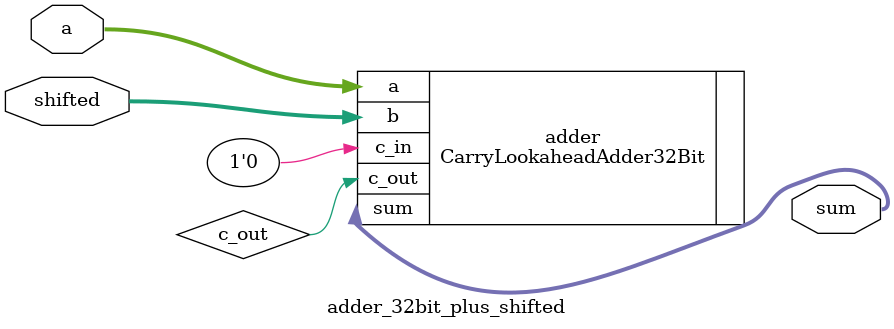
<source format=v>
module adder_32bit_plus_shifted(
    output [31:0] sum, 
    input [31:0] a,
    input [31:0] shifted);

    wire c_out;

    CarryLookaheadAdder32Bit adder(
        .sum(sum),
        .c_out(c_out),
        .a(a),
        .b(shifted),
        .c_in(1'b0)
    );

endmodule 
</source>
